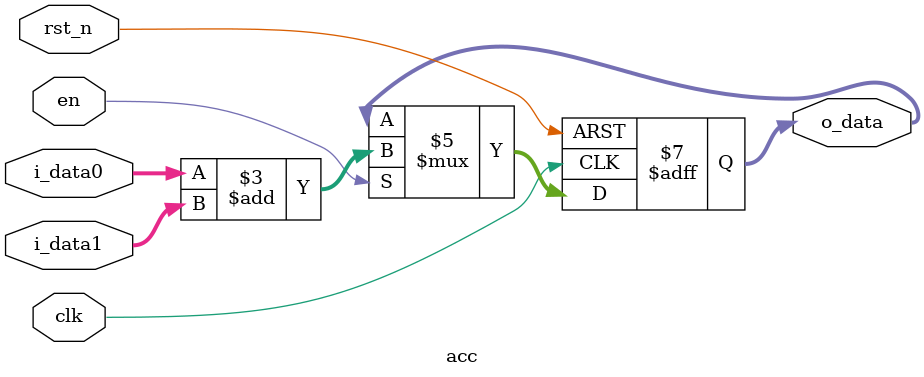
<source format=sv>
module acc #(
    parameter WIDTH=32
) (
    input logic clk,
    input logic rst_n,
    input logic en,
    input logic signed [WIDTH-1 : 0] i_data0,
    input logic signed [WIDTH-1 : 0] i_data1,
    output logic signed [WIDTH-1 : 0] o_data
);

    // this module is the horizontal buffer for control and data signals
    always_ff @(posedge clk or negedge rst_n) begin : acc
        if (~rst_n) begin
            o_data <= 0;
        end else begin
            if (en) begin
                o_data <= i_data0 + i_data1;
            end else begin
                o_data <= o_data;
            end
        end
    end

endmodule
</source>
